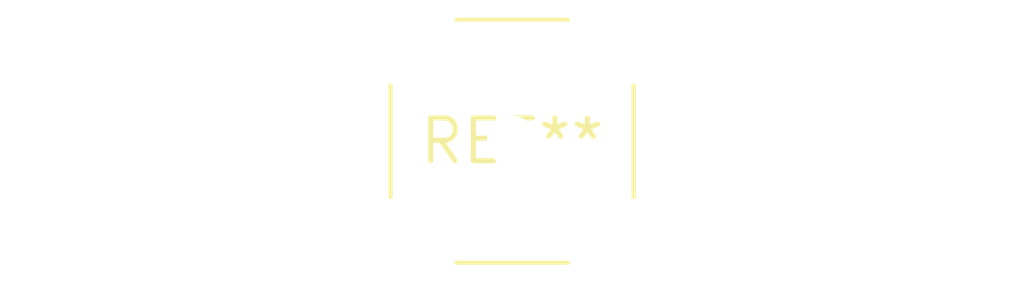
<source format=kicad_pcb>
(kicad_pcb (version 20240108) (generator pcbnew)
  (layers (0 "F.Cu" signal) (31 "B.Cu" signal) (34 "B.Paste" user) (35 "F.Paste" user) (36 "B.SilkS" user "B.Silkscreen") (37 "F.SilkS" user "F.Silkscreen") (38 "B.Mask" user) (39 "F.Mask" user) (44 "Edge.Cuts" user))
  (net 0 "")
  (footprint "SMA_Amphenol_132291_Vertical" (layer "F.Cu") (at 0 0)
    (property "Reference" "REF**")
    (property "Value" "SMA_Amphenol_132291_Vertical")
    (fp_line (start -3.61 -1.66) (end -3.61 1.66) (layer "F.SilkS") (stroke (width 0.12)))
    (fp_line (start -1.66 -3.61) (end 1.66 -3.61) (layer "F.SilkS") (stroke (width 0.12)))
    (fp_line (start -1.66 3.61) (end 1.66 3.61) (layer "F.SilkS") (stroke (width 0.12)))
    (fp_line (start 3.61 -1.66) (end 3.61 1.66) (layer "F.SilkS") (stroke (width 0.12)))
    (pad "1" thru_hole circle (at 0 0) (size 2.05 2.05) (drill 1.5) (layers *.Cu *.Mask) (remove_unused_layers))
    (pad "2" thru_hole circle (at -2.54 -2.54) (size 2.25 2.25) (drill 1.7) (layers *.Cu *.Mask) (remove_unused_layers))
    (pad "2" thru_hole circle (at -2.54 2.54) (size 2.25 2.25) (drill 1.7) (layers *.Cu *.Mask) (remove_unused_layers))
    (pad "2" thru_hole circle (at 2.54 -2.54) (size 2.25 2.25) (drill 1.7) (layers *.Cu *.Mask) (remove_unused_layers))
    (pad "2" thru_hole circle (at 2.54 2.54) (size 2.25 2.25) (drill 1.7) (layers *.Cu *.Mask) (remove_unused_layers))
  )
)
</source>
